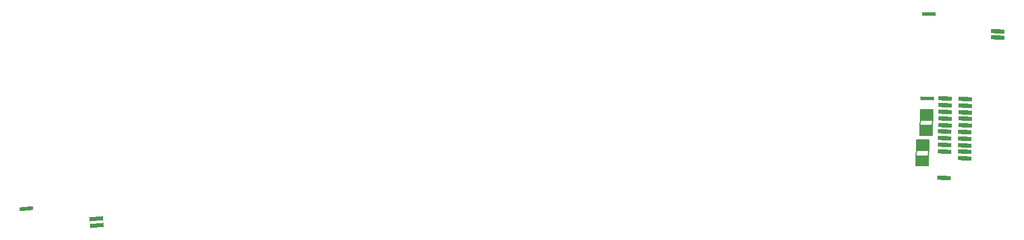
<source format=gbr>
*
G4_C Author: OrCAD GerbTool(tm) 8.1.1 Wed Jun 18 22:44:34 2003*
%LPD*%
%LNsilkbot*%
%FSLAX34Y34*%
%MOIN*%
%AD*%
%AMD25R98*
20,1,0.025000,0.000000,-0.035000,0.000000,0.035000,98.600000*
%
%AMD10R98*
20,1,0.050000,-0.025000,0.000000,0.025000,0.000000,98.600000*
%
%AMD25R98N2*
20,1,0.025000,0.000000,-0.035000,0.000000,0.035000,98.600000*
%
%AMD10R98N2*
20,1,0.050000,-0.025000,0.000000,0.025000,0.000000,98.600000*
%
%AMD25R86*
20,1,0.025000,0.000000,-0.035000,0.000000,0.035000,86.080000*
%
%AMD10R86*
20,1,0.050000,-0.025000,0.000000,0.025000,0.000000,86.080000*
%
%AMD16R5*
20,1,0.025000,-0.035000,0.000000,0.035000,0.000000,5.450000*
%
%AMD10R5*
20,1,0.050000,-0.025000,0.000000,0.025000,0.000000,5.450000*
%
%AMD16R5N2*
20,1,0.025000,-0.035000,0.000000,0.035000,0.000000,5.450000*
%
%AMD10R5N2*
20,1,0.050000,-0.025000,0.000000,0.025000,0.000000,5.450000*
%
%AMD32R3*
20,1,0.025000,0.034920,-0.002390,-0.034920,0.002390,3.950000*
%
%AMD33R3*
20,1,0.050000,-0.001710,-0.024940,0.001710,0.024940,3.950000*
%
%AMD32R3N2*
20,1,0.025000,0.034920,-0.002390,-0.034920,0.002390,3.910000*
%
%AMD33R3N2*
20,1,0.050000,-0.001710,-0.024940,0.001710,0.024940,3.910000*
%
%AMD32R3N3*
20,1,0.025000,0.034920,-0.002390,-0.034920,0.002390,3.920000*
%
%AMD33R3N3*
20,1,0.050000,-0.001710,-0.024940,0.001710,0.024940,3.920000*
%
%AMD29R105*
20,1,0.022000,0.000000,-0.040000,0.000000,0.040000,105.000000*
%
%AMD55R355*
20,1,0.022000,0.038640,0.010350,-0.038640,-0.010350,355.000000*
%
%AMD56R355*
20,1,0.022000,0.039400,0.006940,-0.039400,-0.006940,355.000000*
%
%AMD256R359*
20,1,0.024000,-0.041000,0.000000,0.041000,0.000000,359.000000*
%
%AMD257R359*
20,1,0.027000,-0.036000,0.000000,0.036000,0.000000,359.000000*
%
%AMD258R359*
20,1,0.022000,-0.040000,0.000000,0.040000,0.000000,359.000000*
%
%AMD258R359N2*
20,1,0.022000,-0.040000,0.000000,0.040000,0.000000,359.000000*
%
%AMD29R95*
20,1,0.022000,0.000000,-0.040000,0.000000,0.040000,95.000000*
%
%AMD30R95*
20,1,0.024000,0.000000,-0.041000,0.000000,0.041000,95.000000*
%
%AMD30R89*
20,1,0.024000,0.000000,-0.041000,0.000000,0.041000,89.000000*
%
%AMD26R89*
20,1,0.027000,0.000000,-0.036000,0.000000,0.036000,89.000000*
%
%AMD29R89*
20,1,0.022000,0.000000,-0.040000,0.000000,0.040000,89.000000*
%
%AMD64R359*
20,1,0.024000,0.040990,-0.000720,-0.040990,0.000720,359.000000*
%
%AMD65R359*
20,1,0.027000,0.035990,-0.000630,-0.035990,0.000630,359.000000*
%
%AMD66R359*
20,1,0.022000,0.039990,-0.000700,-0.039990,0.000700,359.000000*
%
%AMD67R1*
20,1,0.024000,0.040970,-0.001440,-0.040970,0.001440,1.000000*
%
%AMD68R1*
20,1,0.027000,0.035970,-0.001260,-0.035970,0.001260,1.000000*
%
%AMD69R1*
20,1,0.022000,0.039970,-0.001400,-0.039970,0.001400,1.000000*
%
%AMD29R89N2*
20,1,0.022000,0.000000,-0.040000,0.000000,0.040000,89.000000*
%
%AMD30R89N2*
20,1,0.024000,0.000000,-0.041000,0.000000,0.041000,89.000000*
%
%ADD10R,0.050000X0.050000*%
%ADD11C,0.006000*%
%ADD12C,0.019000*%
%ADD13C,0.007900*%
%ADD14C,0.005000*%
%ADD15C,0.000800*%
%ADD16R,0.070000X0.025000*%
%ADD17R,0.068000X0.023000*%
%ADD18C,0.006000*%
%ADD19C,0.009800*%
%ADD20C,0.010000*%
%ADD21C,0.030000*%
%ADD22C,0.060000*%
%ADD23C,0.035000*%
%ADD24C,0.055000*%
%ADD25R,0.025000X0.070000*%
%ADD26R,0.027000X0.072000*%
%ADD27R,0.029000X0.058000*%
%ADD28R,0.031000X0.060000*%
%ADD29R,0.022000X0.080000*%
%ADD30R,0.024000X0.082000*%
%ADD31D10R98N2*%
%ADD32D25R86*%
%ADD33D10R86*%
%ADD34D16R5*%
%ADD35D10R5*%
%ADD36D16R5N2*%
%ADD37D10R5N2*%
%ADD38D25R98N2*%
%ADD39D10R98N2*%
%ADD40D25R86*%
%ADD41D10R86*%
%ADD42D16R5*%
%ADD43D10R5*%
%ADD44D16R5N2*%
%ADD45D10R5N2*%
%ADD46D32R3*%
%ADD47D33R3*%
%ADD48R,0.070000X0.025000*%
%ADD49D33R3N2*%
%ADD50C,0.011000*%
%ADD51C,0.036000*%
%ADD52C,0.015000*%
%ADD53R,0.070000X0.025000*%
%ADD54R,0.050000X0.050000*%
%ADD55D29R105*%
%ADD56D55R355*%
%ADD57D56R355*%
%ADD58D256R359*%
%ADD59D257R359*%
%ADD60D258R359*%
%ADD61D258R359N2*%
%ADD62D29R95*%
%ADD63D30R95*%
%ADD64D30R89*%
%ADD65D26R89*%
%ADD66D29R89*%
%ADD67D64R359*%
%ADD68D65R359*%
%ADD69D66R359*%
%ADD70D67R1*%
%ADD71D68R1*%
%ADD72D69R1*%
%ADD73D29R89N2*%
%ADD74D30R89N2*%
%ADD256R,0.082000X0.024000*%
%ADD257R,0.072000X0.027000*%
%ADD258R,0.080000X0.022000*%
G4_C OrCAD GerbTool Tool List *
G4_D50 1 0.0110 T 0 0*
G4_D51 3 0.0360 T 0 0*
G4_D52 2 0.0150 T 0 0*
G54D62*
G1X37310Y11359D3*
G54D63*
G1X41478Y10768D3*
G1X41516Y10376D3*
G54D73*
G1X91094Y22976D3*
G54D74*
G1X95178Y21953D3*
G1X95175Y21559D3*
G54D70*
G1X91977Y13202D3*
G1X92006Y14776D3*
G1X92012Y15169D3*
G1X92019Y15563D3*
G1X92026Y15957D3*
G1X92033Y16351D3*
G1X92047Y17137D3*
G1X92040Y16744D3*
G1X92054Y17531D3*
G1X92061Y17924D3*
G1X93260Y17904D3*
G1X93254Y17510D3*
G1X93247Y17117D3*
G1X93240Y16723D3*
G1X93233Y16330D3*
G1X93226Y15936D3*
G1X93219Y15542D3*
G1X93211Y15148D3*
G1X93205Y14755D3*
G1X93199Y14361D3*
G54D71*
G1X90691Y14036D3*
G1X90693Y14234D3*
G1X90697Y14418D3*
G1X90707Y14937D3*
G1X90712Y15136D3*
G1X90714Y15319D3*
G1X91081Y15469D2*
G54D18*
G1X91054Y13924D1*
G1X91081Y15470D2*
G1X90344Y15483D1*
G1X90344Y15484D2*
G1X90317Y13937D1*
G54D71*
G1X90911Y15840D3*
G1X90914Y16038D3*
G1X90918Y16222D3*
G1X90928Y16740D3*
G1X90932Y16939D3*
G1X90934Y17122D3*
G1X91301Y17272D2*
G54D18*
G1X91274Y15727D1*
G1X91301Y17273D2*
G1X90564Y17286D1*
G1X90564Y17287D2*
G1X90537Y15740D1*
G54D72*
G1X90982Y17944D3*
M2*

</source>
